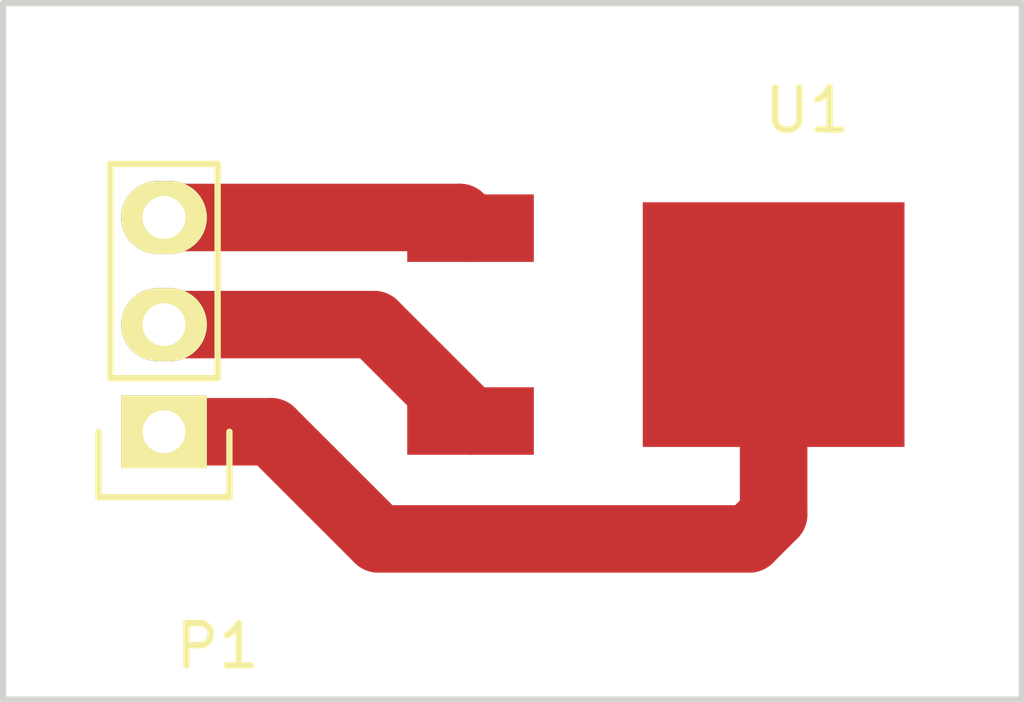
<source format=kicad_pcb>
(kicad_pcb (version 4) (host pcbnew 4.0.2+e4-6225~38~ubuntu16.04.1-stable)

  (general
    (links 3)
    (no_connects 0)
    (area 133.274999 96.444999 157.555001 113.105001)
    (thickness 1.6)
    (drawings 4)
    (tracks 10)
    (zones 0)
    (modules 2)
    (nets 4)
  )

  (page A4)
  (layers
    (0 F.Cu signal)
    (31 B.Cu signal)
    (32 B.Adhes user)
    (33 F.Adhes user)
    (34 B.Paste user)
    (35 F.Paste user)
    (36 B.SilkS user)
    (37 F.SilkS user)
    (38 B.Mask user)
    (39 F.Mask user)
    (40 Dwgs.User user)
    (41 Cmts.User user)
    (42 Eco1.User user)
    (43 Eco2.User user)
    (44 Edge.Cuts user)
    (45 Margin user)
    (46 B.CrtYd user)
    (47 F.CrtYd user)
    (48 B.Fab user)
    (49 F.Fab user)
  )

  (setup
    (last_trace_width 0.25)
    (user_trace_width 1.6)
    (trace_clearance 0.2)
    (zone_clearance 0.508)
    (zone_45_only no)
    (trace_min 0.2)
    (segment_width 0.2)
    (edge_width 0.15)
    (via_size 0.6)
    (via_drill 0.4)
    (via_min_size 0.4)
    (via_min_drill 0.3)
    (uvia_size 0.3)
    (uvia_drill 0.1)
    (uvias_allowed no)
    (uvia_min_size 0.2)
    (uvia_min_drill 0.1)
    (pcb_text_width 0.3)
    (pcb_text_size 1.5 1.5)
    (mod_edge_width 0.15)
    (mod_text_size 1 1)
    (mod_text_width 0.15)
    (pad_size 1.524 1.524)
    (pad_drill 0.762)
    (pad_to_mask_clearance 0.2)
    (aux_axis_origin 0 0)
    (visible_elements FFFFFF7F)
    (pcbplotparams
      (layerselection 0x01000_00000001)
      (usegerberextensions false)
      (excludeedgelayer true)
      (linewidth 0.100000)
      (plotframeref false)
      (viasonmask false)
      (mode 1)
      (useauxorigin false)
      (hpglpennumber 1)
      (hpglpenspeed 20)
      (hpglpendiameter 15)
      (hpglpenoverlay 2)
      (psnegative false)
      (psa4output false)
      (plotreference true)
      (plotvalue true)
      (plotinvisibletext false)
      (padsonsilk false)
      (subtractmaskfromsilk false)
      (outputformat 1)
      (mirror false)
      (drillshape 0)
      (scaleselection 1)
      (outputdirectory gerbers/))
  )

  (net 0 "")
  (net 1 COLLECTOR)
  (net 2 EMITTER)
  (net 3 BASE)

  (net_class Default "This is the default net class."
    (clearance 0.2)
    (trace_width 0.25)
    (via_dia 0.6)
    (via_drill 0.4)
    (uvia_dia 0.3)
    (uvia_drill 0.1)
    (add_net BASE)
    (add_net COLLECTOR)
    (add_net EMITTER)
  )

  (module Pin_Headers:Pin_Header_Straight_1x03 (layer F.Cu) (tedit 0) (tstamp 579FBB9A)
    (at 137.16 106.68 180)
    (descr "Through hole pin header")
    (tags "pin header")
    (path /579FB7DF)
    (fp_text reference P1 (at -1.27 -5.08 180) (layer F.SilkS)
      (effects (font (size 1 1) (thickness 0.15)))
    )
    (fp_text value CONN_01X03 (at -1.27 -3.1 180) (layer F.Fab)
      (effects (font (size 1 1) (thickness 0.15)))
    )
    (fp_line (start -1.75 -1.75) (end -1.75 6.85) (layer F.CrtYd) (width 0.05))
    (fp_line (start 1.75 -1.75) (end 1.75 6.85) (layer F.CrtYd) (width 0.05))
    (fp_line (start -1.75 -1.75) (end 1.75 -1.75) (layer F.CrtYd) (width 0.05))
    (fp_line (start -1.75 6.85) (end 1.75 6.85) (layer F.CrtYd) (width 0.05))
    (fp_line (start -1.27 1.27) (end -1.27 6.35) (layer F.SilkS) (width 0.15))
    (fp_line (start -1.27 6.35) (end 1.27 6.35) (layer F.SilkS) (width 0.15))
    (fp_line (start 1.27 6.35) (end 1.27 1.27) (layer F.SilkS) (width 0.15))
    (fp_line (start 1.55 -1.55) (end 1.55 0) (layer F.SilkS) (width 0.15))
    (fp_line (start 1.27 1.27) (end -1.27 1.27) (layer F.SilkS) (width 0.15))
    (fp_line (start -1.55 0) (end -1.55 -1.55) (layer F.SilkS) (width 0.15))
    (fp_line (start -1.55 -1.55) (end 1.55 -1.55) (layer F.SilkS) (width 0.15))
    (pad 1 thru_hole rect (at 0 0 180) (size 2.032 1.7272) (drill 1.016) (layers *.Cu *.Mask F.SilkS)
      (net 1 COLLECTOR))
    (pad 2 thru_hole oval (at 0 2.54 180) (size 2.032 1.7272) (drill 1.016) (layers *.Cu *.Mask F.SilkS)
      (net 2 EMITTER))
    (pad 3 thru_hole oval (at 0 5.08 180) (size 2.032 1.7272) (drill 1.016) (layers *.Cu *.Mask F.SilkS)
      (net 3 BASE))
    (model Pin_Headers.3dshapes/Pin_Header_Straight_1x03.wrl
      (at (xyz 0 -0.1 0))
      (scale (xyz 1 1 1))
      (rotate (xyz 0 0 90))
    )
  )

  (module scintilla:MJD210 (layer F.Cu) (tedit 579FBB4E) (tstamp 579FBBA1)
    (at 148.5011 104.14 180)
    (path /579FB7B6)
    (fp_text reference U1 (at -3.8989 5.08 180) (layer F.SilkS)
      (effects (font (size 1 1) (thickness 0.15)))
    )
    (fp_text value MJD210 (at -3.8989 6.35 180) (layer F.Fab)
      (effects (font (size 1 1) (thickness 0.15)))
    )
    (pad 1 smd rect (at 4.08 2.286 180) (size 3 1.6) (layers F.Cu F.Paste F.Mask)
      (net 3 BASE))
    (pad 3 smd rect (at 4.08 -2.286 180) (size 3 1.6) (layers F.Cu F.Paste F.Mask)
      (net 2 EMITTER))
    (pad 4 smd rect (at -3.1 0 180) (size 6.2 5.8) (layers F.Cu F.Paste F.Mask)
      (net 1 COLLECTOR))
  )

  (gr_line (start 133.35 113.03) (end 157.48 113.03) (layer Edge.Cuts) (width 0.15))
  (gr_line (start 157.48 96.52) (end 133.35 96.52) (layer Edge.Cuts) (width 0.15))
  (gr_line (start 133.35 96.52) (end 133.35 113.03) (layer Edge.Cuts) (width 0.15))
  (gr_line (start 157.48 96.52) (end 157.48 113.03) (layer Edge.Cuts) (width 0.15))

  (segment (start 139.7 106.68) (end 137.16 106.68) (width 1.6) (layer F.Cu) (net 1))
  (segment (start 142.24 109.22) (end 139.7 106.68) (width 1.6) (layer F.Cu) (net 1))
  (segment (start 151.0211 109.22) (end 142.24 109.22) (width 1.6) (layer F.Cu) (net 1))
  (segment (start 151.6011 104.14) (end 151.6011 108.64) (width 1.6) (layer F.Cu) (net 1))
  (segment (start 151.6011 108.64) (end 151.0211 109.22) (width 1.6) (layer F.Cu) (net 1))
  (segment (start 142.1351 104.14) (end 138.43 104.14) (width 1.6) (layer F.Cu) (net 2))
  (segment (start 138.43 104.14) (end 137.16 104.14) (width 1.6) (layer F.Cu) (net 2))
  (segment (start 144.4211 106.426) (end 142.1351 104.14) (width 1.6) (layer F.Cu) (net 2))
  (segment (start 137.16 101.6) (end 144.1671 101.6) (width 1.6) (layer F.Cu) (net 3))
  (segment (start 144.1671 101.6) (end 144.4211 101.854) (width 1.6) (layer F.Cu) (net 3))

)

</source>
